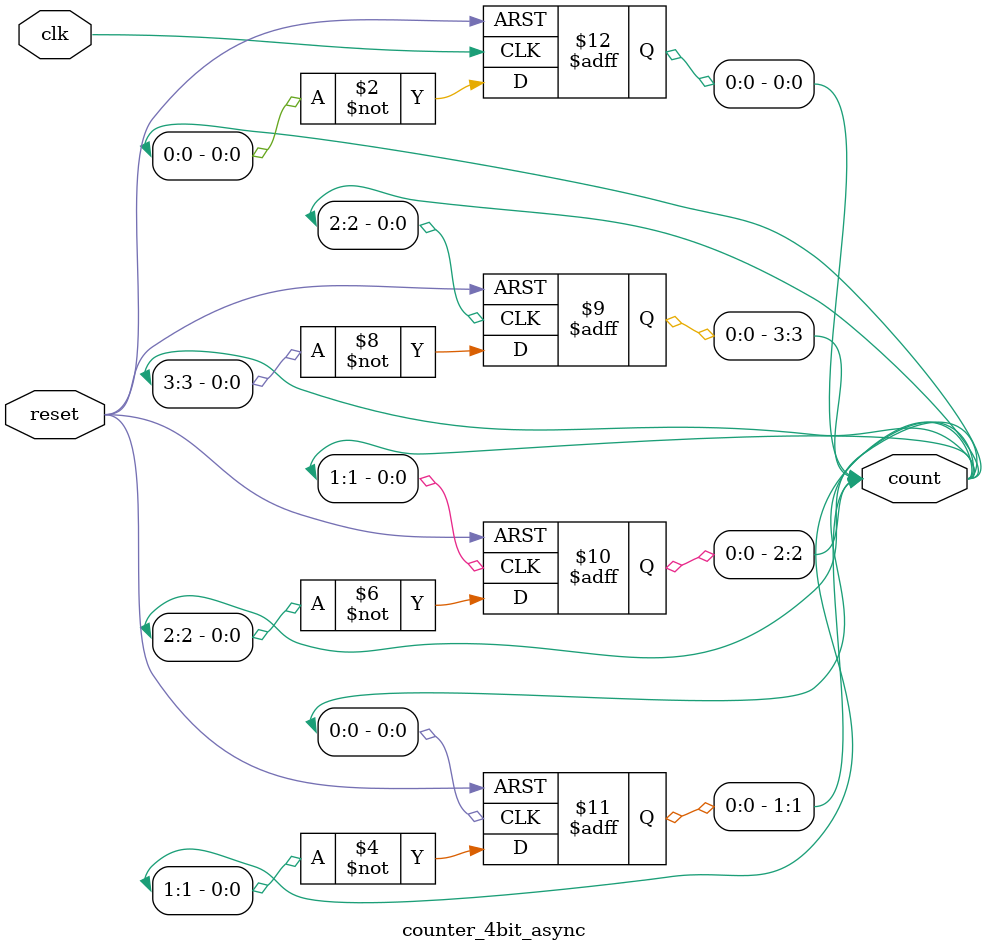
<source format=v>
module counter_4bit_async (
    input clk,
    input reset,
    output reg [3:0] count
);

    always @(posedge clk or posedge reset) begin
        if (reset)
            count[0] <= 1'b0;
        else
            count[0] <= ~count[0];
    end

    always @(posedge count[0] or posedge reset) begin
        if (reset)
            count[1] <= 1'b0;
        else
            count[1] <= ~count[1];
    end

    always @(posedge count[1] or posedge reset) begin
        if (reset)
            count[2] <= 1'b0;
        else
            count[2] <= ~count[2];
    end

    always @(posedge count[2] or posedge reset) begin
        if (reset)
            count[3] <= 1'b0;
        else
            count[3] <= ~count[3];
    end

endmodule

</source>
